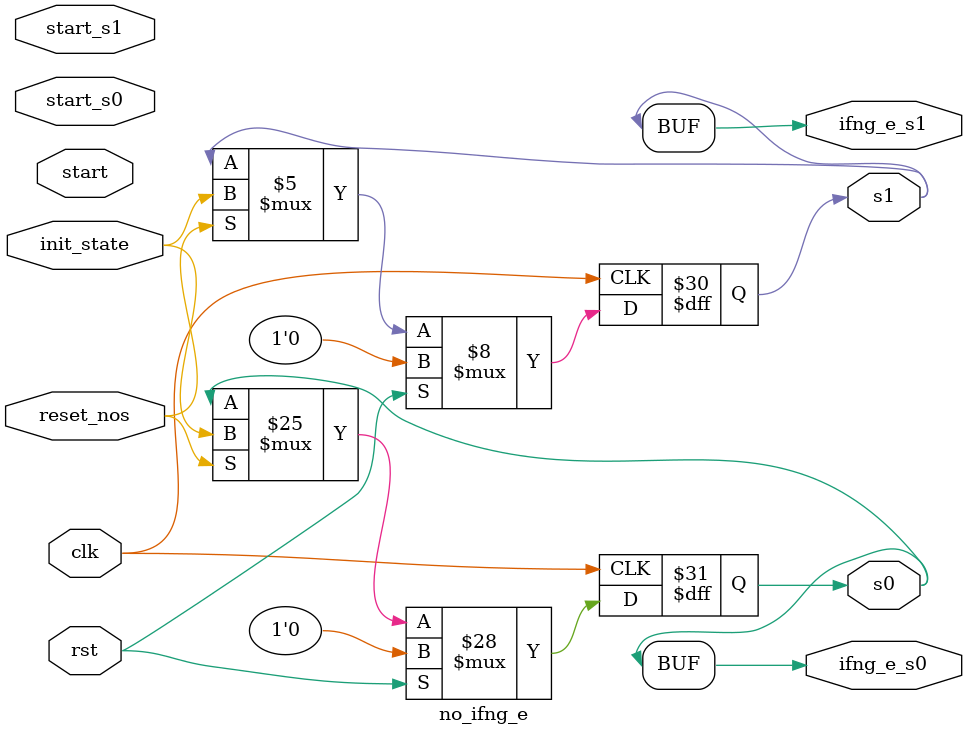
<source format=v>

module no_ifng_e
(
  input clk,
  input start,
  input rst,
  input reset_nos,
  input start_s0,
  input start_s1,
  input init_state,
  output reg [1-1:0] s0,
  output reg [1-1:0] s1,
  output [1-1:0] ifng_e_s0,
  output [1-1:0] ifng_e_s1
);

  reg pass;

  always @(posedge clk) begin
    if(rst) begin
      s0 <= 1'd0;
      pass <= 1'b0;
    end else begin
      if(reset_nos) begin
        s0 <= init_state;
        pass <= 1;
      end else begin
        if(start_s0) begin
          if(pass) begin
            s0 <=  s0 ;
            pass <= 0;
          end else begin
            pass <= 1;
          end
        end 
      end
    end
  end


  always @(posedge clk) begin
    if(rst) begin
      s1 <= 1'd0;
    end else begin
      if(reset_nos) begin
        s1 <= init_state;
      end else begin
        if(start_s1) begin
          s1 <=  s1 ;
        end 
      end
    end
  end

  assign ifng_e_s0 = s0;
  assign ifng_e_s1 = s1;

endmodule

</source>
